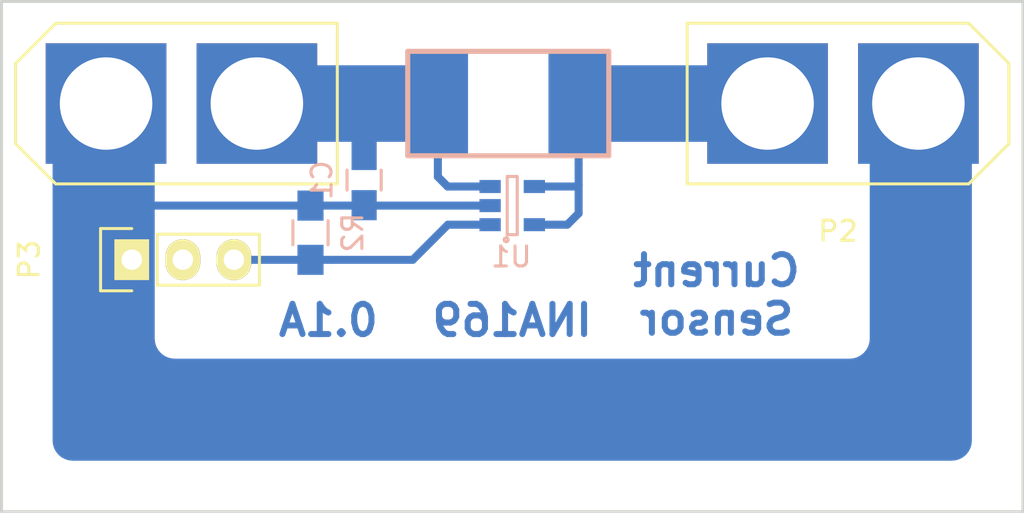
<source format=kicad_pcb>
(kicad_pcb (version 4) (host pcbnew 4.0.4+e1-6308~48~ubuntu16.04.1-stable)

  (general
    (links 13)
    (no_connects 4)
    (area 137.084999 58.344999 188.035001 83.895001)
    (thickness 1.6)
    (drawings 7)
    (tracks 22)
    (zones 0)
    (modules 7)
    (nets 5)
  )

  (page A4)
  (layers
    (0 F.Cu signal)
    (31 B.Cu signal)
    (32 B.Adhes user)
    (33 F.Adhes user)
    (34 B.Paste user)
    (35 F.Paste user)
    (36 B.SilkS user hide)
    (37 F.SilkS user hide)
    (38 B.Mask user)
    (39 F.Mask user)
    (40 Dwgs.User user)
    (41 Cmts.User user)
    (42 Eco1.User user)
    (43 Eco2.User user)
    (44 Edge.Cuts user)
    (45 Margin user)
    (46 B.CrtYd user)
    (47 F.CrtYd user)
    (48 B.Fab user hide)
    (49 F.Fab user hide)
  )

  (setup
    (last_trace_width 0.25)
    (user_trace_width 0.3)
    (user_trace_width 0.4)
    (trace_clearance 0.2)
    (zone_clearance 0.254)
    (zone_45_only no)
    (trace_min 0.2)
    (segment_width 0.2)
    (edge_width 0.15)
    (via_size 0.6)
    (via_drill 0.4)
    (via_min_size 0.4)
    (via_min_drill 0.3)
    (uvia_size 0.3)
    (uvia_drill 0.1)
    (uvias_allowed no)
    (uvia_min_size 0.2)
    (uvia_min_drill 0.1)
    (pcb_text_width 0.3)
    (pcb_text_size 1.5 1.5)
    (mod_edge_width 0.15)
    (mod_text_size 1 1)
    (mod_text_width 0.15)
    (pad_size 1.524 1.524)
    (pad_drill 0.762)
    (pad_to_mask_clearance 0.2)
    (aux_axis_origin 0 0)
    (visible_elements 7FFFFFFF)
    (pcbplotparams
      (layerselection 0x01000_80000001)
      (usegerberextensions false)
      (excludeedgelayer true)
      (linewidth 0.100000)
      (plotframeref false)
      (viasonmask false)
      (mode 1)
      (useauxorigin false)
      (hpglpennumber 1)
      (hpglpenspeed 20)
      (hpglpendiameter 15)
      (hpglpenoverlay 2)
      (psnegative false)
      (psa4output false)
      (plotreference true)
      (plotvalue true)
      (plotinvisibletext false)
      (padsonsilk false)
      (subtractmaskfromsilk false)
      (outputformat 1)
      (mirror false)
      (drillshape 0)
      (scaleselection 1)
      (outputdirectory ""))
  )

  (net 0 "")
  (net 1 +BATT)
  (net 2 GND)
  (net 3 Load)
  (net 4 Analog_Out)

  (net_class Default "This is the default net class."
    (clearance 0.2)
    (trace_width 0.25)
    (via_dia 0.6)
    (via_drill 0.4)
    (uvia_dia 0.3)
    (uvia_drill 0.1)
    (add_net +BATT)
    (add_net Analog_Out)
    (add_net GND)
    (add_net Load)
  )

  (module Capacitors_SMD:C_0805_HandSoldering (layer B.Cu) (tedit 541A9B8D) (tstamp 580F8EAE)
    (at 155.194 67.31 270)
    (descr "Capacitor SMD 0805, hand soldering")
    (tags "capacitor 0805")
    (path /580F900E)
    (attr smd)
    (fp_text reference C1 (at 0 2.1 270) (layer B.SilkS)
      (effects (font (size 1 1) (thickness 0.15)) (justify mirror))
    )
    (fp_text value C (at -0.02 -2.54 270) (layer B.Fab)
      (effects (font (size 1 1) (thickness 0.15)) (justify mirror))
    )
    (fp_line (start -1 -0.625) (end -1 0.625) (layer B.Fab) (width 0.15))
    (fp_line (start 1 -0.625) (end -1 -0.625) (layer B.Fab) (width 0.15))
    (fp_line (start 1 0.625) (end 1 -0.625) (layer B.Fab) (width 0.15))
    (fp_line (start -1 0.625) (end 1 0.625) (layer B.Fab) (width 0.15))
    (fp_line (start -2.3 1) (end 2.3 1) (layer B.CrtYd) (width 0.05))
    (fp_line (start -2.3 -1) (end 2.3 -1) (layer B.CrtYd) (width 0.05))
    (fp_line (start -2.3 1) (end -2.3 -1) (layer B.CrtYd) (width 0.05))
    (fp_line (start 2.3 1) (end 2.3 -1) (layer B.CrtYd) (width 0.05))
    (fp_line (start 0.5 0.85) (end -0.5 0.85) (layer B.SilkS) (width 0.15))
    (fp_line (start -0.5 -0.85) (end 0.5 -0.85) (layer B.SilkS) (width 0.15))
    (pad 1 smd rect (at -1.25 0 270) (size 1.5 1.25) (layers B.Cu B.Paste B.Mask)
      (net 1 +BATT))
    (pad 2 smd rect (at 1.25 0 270) (size 1.5 1.25) (layers B.Cu B.Paste B.Mask)
      (net 2 GND))
    (model Capacitors_SMD.3dshapes/C_0805_HandSoldering.wrl
      (at (xyz 0 0 0))
      (scale (xyz 1 1 1))
      (rotate (xyz 0 0 0))
    )
  )

  (module KiCad-Dev:XT60 (layer F.Cu) (tedit 580F8DBD) (tstamp 580F8EB4)
    (at 142.36 63.5)
    (tags "XT60 conn")
    (path /580F97ED)
    (fp_text reference P1 (at 4 -6.35) (layer F.SilkS)
      (effects (font (size 1 1) (thickness 0.15)))
    )
    (fp_text value CONN_XT60 (at 3.81 -5) (layer F.Fab)
      (effects (font (size 1 1) (thickness 0.15)))
    )
    (fp_line (start -4.5 2) (end -4.5 -2) (layer F.SilkS) (width 0.15))
    (fp_line (start -4.5 2) (end -2.5 4) (layer F.SilkS) (width 0.15))
    (fp_line (start -4.5 -2) (end -2.5 -4) (layer F.SilkS) (width 0.15))
    (fp_line (start 11.5 4) (end -2.5 4) (layer F.SilkS) (width 0.15))
    (fp_line (start -2.5 -4) (end 11.5 -4) (layer F.SilkS) (width 0.15))
    (fp_line (start 11.5 4) (end 11.5 -4) (layer F.SilkS) (width 0.15))
    (pad 1 thru_hole rect (at 0 0) (size 6 6) (drill 4.6) (layers *.Cu *.Mask)
      (net 2 GND))
    (pad 2 thru_hole rect (at 7.5 0) (size 6 6) (drill 4.6) (layers *.Cu *.Mask)
      (net 1 +BATT))
  )

  (module KiCad-Dev:XT60 (layer F.Cu) (tedit 580F8DBD) (tstamp 580F8EBA)
    (at 182.76 63.5 180)
    (tags "XT60 conn")
    (path /580F918C)
    (fp_text reference P2 (at 4 -6.35 180) (layer F.SilkS)
      (effects (font (size 1 1) (thickness 0.15)))
    )
    (fp_text value CONN_XT60 (at 3.81 -5 180) (layer F.Fab)
      (effects (font (size 1 1) (thickness 0.15)))
    )
    (fp_line (start -4.5 2) (end -4.5 -2) (layer F.SilkS) (width 0.15))
    (fp_line (start -4.5 2) (end -2.5 4) (layer F.SilkS) (width 0.15))
    (fp_line (start -4.5 -2) (end -2.5 -4) (layer F.SilkS) (width 0.15))
    (fp_line (start 11.5 4) (end -2.5 4) (layer F.SilkS) (width 0.15))
    (fp_line (start -2.5 -4) (end 11.5 -4) (layer F.SilkS) (width 0.15))
    (fp_line (start 11.5 4) (end 11.5 -4) (layer F.SilkS) (width 0.15))
    (pad 1 thru_hole rect (at 0 0 180) (size 6 6) (drill 4.6) (layers *.Cu *.Mask)
      (net 2 GND))
    (pad 2 thru_hole rect (at 7.5 0 180) (size 6 6) (drill 4.6) (layers *.Cu *.Mask)
      (net 3 Load))
  )

  (module TO_SOT_Packages_SMD:SOT-23-5 (layer B.Cu) (tedit 55360473) (tstamp 580F8ECF)
    (at 162.56 68.58)
    (descr "5-pin SOT23 package")
    (tags SOT-23-5)
    (path /580F8AEA)
    (attr smd)
    (fp_text reference U1 (at -0.05 2.55) (layer B.SilkS)
      (effects (font (size 1 1) (thickness 0.15)) (justify mirror))
    )
    (fp_text value INA169 (at -0.05 -2.35) (layer B.Fab)
      (effects (font (size 1 1) (thickness 0.15)) (justify mirror))
    )
    (fp_line (start -1.8 1.6) (end 1.8 1.6) (layer B.CrtYd) (width 0.05))
    (fp_line (start 1.8 1.6) (end 1.8 -1.6) (layer B.CrtYd) (width 0.05))
    (fp_line (start 1.8 -1.6) (end -1.8 -1.6) (layer B.CrtYd) (width 0.05))
    (fp_line (start -1.8 -1.6) (end -1.8 1.6) (layer B.CrtYd) (width 0.05))
    (fp_circle (center -0.3 1.7) (end -0.2 1.7) (layer B.SilkS) (width 0.15))
    (fp_line (start 0.25 1.45) (end -0.25 1.45) (layer B.SilkS) (width 0.15))
    (fp_line (start 0.25 -1.45) (end 0.25 1.45) (layer B.SilkS) (width 0.15))
    (fp_line (start -0.25 -1.45) (end 0.25 -1.45) (layer B.SilkS) (width 0.15))
    (fp_line (start -0.25 1.45) (end -0.25 -1.45) (layer B.SilkS) (width 0.15))
    (pad 1 smd rect (at -1.1 0.95) (size 1.06 0.65) (layers B.Cu B.Paste B.Mask)
      (net 4 Analog_Out))
    (pad 2 smd rect (at -1.1 0) (size 1.06 0.65) (layers B.Cu B.Paste B.Mask)
      (net 2 GND))
    (pad 3 smd rect (at -1.1 -0.95) (size 1.06 0.65) (layers B.Cu B.Paste B.Mask)
      (net 1 +BATT))
    (pad 4 smd rect (at 1.1 -0.95) (size 1.06 0.65) (layers B.Cu B.Paste B.Mask)
      (net 3 Load))
    (pad 5 smd rect (at 1.1 0.95) (size 1.06 0.65) (layers B.Cu B.Paste B.Mask)
      (net 3 Load))
    (model TO_SOT_Packages_SMD.3dshapes/SOT-23-5.wrl
      (at (xyz 0 0 0))
      (scale (xyz 1 1 1))
      (rotate (xyz 0 0 0))
    )
  )

  (module Pin_Headers:Pin_Header_Straight_1x03 (layer F.Cu) (tedit 0) (tstamp 580F9C58)
    (at 143.637 71.2724 90)
    (descr "Through hole pin header")
    (tags "pin header")
    (path /580F9C18)
    (fp_text reference P3 (at 0 -5.1 90) (layer F.SilkS)
      (effects (font (size 1 1) (thickness 0.15)))
    )
    (fp_text value CONN_01X02 (at 0 -3.1 90) (layer F.Fab)
      (effects (font (size 1 1) (thickness 0.15)))
    )
    (fp_line (start -1.75 -1.75) (end -1.75 6.85) (layer F.CrtYd) (width 0.05))
    (fp_line (start 1.75 -1.75) (end 1.75 6.85) (layer F.CrtYd) (width 0.05))
    (fp_line (start -1.75 -1.75) (end 1.75 -1.75) (layer F.CrtYd) (width 0.05))
    (fp_line (start -1.75 6.85) (end 1.75 6.85) (layer F.CrtYd) (width 0.05))
    (fp_line (start -1.27 1.27) (end -1.27 6.35) (layer F.SilkS) (width 0.15))
    (fp_line (start -1.27 6.35) (end 1.27 6.35) (layer F.SilkS) (width 0.15))
    (fp_line (start 1.27 6.35) (end 1.27 1.27) (layer F.SilkS) (width 0.15))
    (fp_line (start 1.55 -1.55) (end 1.55 0) (layer F.SilkS) (width 0.15))
    (fp_line (start 1.27 1.27) (end -1.27 1.27) (layer F.SilkS) (width 0.15))
    (fp_line (start -1.55 0) (end -1.55 -1.55) (layer F.SilkS) (width 0.15))
    (fp_line (start -1.55 -1.55) (end 1.55 -1.55) (layer F.SilkS) (width 0.15))
    (pad 1 thru_hole rect (at 0 0 90) (size 2.032 1.7272) (drill 1.016) (layers *.Cu *.Mask F.SilkS)
      (net 2 GND))
    (pad 2 thru_hole oval (at 0 2.54 90) (size 2.032 1.7272) (drill 1.016) (layers *.Cu *.Mask F.SilkS)
      (net 4 Analog_Out))
    (pad 3 thru_hole oval (at 0 5.08 90) (size 2.032 1.7272) (drill 1.016) (layers *.Cu *.Mask F.SilkS))
    (model Pin_Headers.3dshapes/Pin_Header_Straight_1x03.wrl
      (at (xyz 0 -0.1 0))
      (scale (xyz 1 1 1))
      (rotate (xyz 0 0 90))
    )
  )

  (module Resistors_SMD:R_0805_HandSoldering (layer B.Cu) (tedit 54189DEE) (tstamp 580F9C59)
    (at 152.527 69.93 90)
    (descr "Resistor SMD 0805, hand soldering")
    (tags "resistor 0805")
    (path /580F8C4E)
    (attr smd)
    (fp_text reference R2 (at 0 2.1 90) (layer B.SilkS)
      (effects (font (size 1 1) (thickness 0.15)) (justify mirror))
    )
    (fp_text value R (at 0 -2.1 90) (layer B.Fab)
      (effects (font (size 1 1) (thickness 0.15)) (justify mirror))
    )
    (fp_line (start -2.4 1) (end 2.4 1) (layer B.CrtYd) (width 0.05))
    (fp_line (start -2.4 -1) (end 2.4 -1) (layer B.CrtYd) (width 0.05))
    (fp_line (start -2.4 1) (end -2.4 -1) (layer B.CrtYd) (width 0.05))
    (fp_line (start 2.4 1) (end 2.4 -1) (layer B.CrtYd) (width 0.05))
    (fp_line (start 0.6 -0.875) (end -0.6 -0.875) (layer B.SilkS) (width 0.15))
    (fp_line (start -0.6 0.875) (end 0.6 0.875) (layer B.SilkS) (width 0.15))
    (pad 1 smd rect (at -1.35 0 90) (size 1.5 1.3) (layers B.Cu B.Paste B.Mask)
      (net 4 Analog_Out))
    (pad 2 smd rect (at 1.35 0 90) (size 1.5 1.3) (layers B.Cu B.Paste B.Mask)
      (net 2 GND))
    (model Resistors_SMD.3dshapes/R_0805_HandSoldering.wrl
      (at (xyz 0 0 0))
      (scale (xyz 1 1 1))
      (rotate (xyz 0 0 0))
    )
  )

  (module KiCad-Dev:SMD_1052_Metric (layer B.Cu) (tedit 57ECE5E1) (tstamp 58107A1A)
    (at 167.362 60.9 180)
    (path /580F8B5B)
    (fp_text reference R1 (at 0 4 180) (layer B.SilkS)
      (effects (font (size 1 1) (thickness 0.15)) (justify mirror))
    )
    (fp_text value R (at 0 6 180) (layer B.Fab)
      (effects (font (size 1 1) (thickness 0.15)) (justify mirror))
    )
    (fp_line (start 0 -5.2) (end 0 0) (layer B.SilkS) (width 0.254))
    (fp_line (start 10 -5.2) (end 0 -5.2) (layer B.SilkS) (width 0.254))
    (fp_line (start 10 0) (end 10 -5.2) (layer B.SilkS) (width 0.254))
    (fp_line (start 0 0) (end 10 0) (layer B.SilkS) (width 0.254))
    (pad 1 smd rect (at 1.5 -2.6 180) (size 3 5.2) (layers B.Cu B.Paste B.Mask)
      (net 3 Load))
    (pad 2 smd rect (at 8.5 -2.6 180) (size 3 5.2) (layers B.Cu B.Paste B.Mask)
      (net 1 +BATT))
  )

  (gr_text "Current\nSensor" (at 172.72 73.025) (layer B.Cu)
    (effects (font (size 1.5 1.5) (thickness 0.3)) (justify mirror))
  )
  (gr_line (start 137.16 58.42) (end 187.96 58.42) (layer Edge.Cuts) (width 0.15))
  (gr_line (start 137.16 83.82) (end 137.16 58.42) (layer Edge.Cuts) (width 0.15))
  (gr_line (start 187.96 83.82) (end 137.16 83.82) (layer Edge.Cuts) (width 0.15))
  (gr_line (start 187.96 58.42) (end 187.96 83.82) (layer Edge.Cuts) (width 0.15))
  (gr_text INA169 (at 162.56 74.295) (layer B.Cu)
    (effects (font (size 1.5 1.5) (thickness 0.3)) (justify mirror))
  )
  (gr_text 0.1A (at 153.416 74.295) (layer B.Cu)
    (effects (font (size 1.5 1.5) (thickness 0.3)) (justify mirror))
  )

  (segment (start 187.96 58.42) (end 137.16 58.42) (width 0.4) (layer Dwgs.User) (net 0))
  (segment (start 187.96 83.82) (end 187.96 58.42) (width 0.4) (layer Dwgs.User) (net 0))
  (segment (start 137.16 83.82) (end 187.96 83.82) (width 0.4) (layer Dwgs.User) (net 0))
  (segment (start 137.16 58.42) (end 137.16 83.82) (width 0.4) (layer Dwgs.User) (net 0))
  (segment (start 148.764 70.946) (end 148.717 70.993) (width 0.4) (layer B.Cu) (net 0))
  (segment (start 161.46 67.63) (end 159.345493 67.63) (width 0.4) (layer B.Cu) (net 1))
  (segment (start 159.345493 67.63) (end 158.862 67.146507) (width 0.4) (layer B.Cu) (net 1))
  (segment (start 158.862 67.146507) (end 158.862 63.5) (width 0.4) (layer B.Cu) (net 1))
  (segment (start 161.46 68.58) (end 144.272 68.58) (width 0.4) (layer B.Cu) (net 2))
  (segment (start 163.66 69.53) (end 165.298784 69.53) (width 0.4) (layer B.Cu) (net 3))
  (segment (start 165.298784 69.53) (end 165.862 68.966784) (width 0.4) (layer B.Cu) (net 3))
  (segment (start 165.862 68.966784) (end 165.862 67.564) (width 0.4) (layer B.Cu) (net 3))
  (segment (start 165.862 67.564) (end 165.862 66.5) (width 0.4) (layer B.Cu) (net 3))
  (segment (start 163.66 67.63) (end 165.796 67.63) (width 0.4) (layer B.Cu) (net 3))
  (segment (start 165.796 67.63) (end 165.862 67.564) (width 0.4) (layer B.Cu) (net 3))
  (segment (start 165.862 66.5) (end 165.862 63.5) (width 0.4) (layer B.Cu) (net 3))
  (segment (start 153.577 71.28) (end 152.527 71.28) (width 0.4) (layer B.Cu) (net 4))
  (segment (start 157.611434 71.28) (end 153.577 71.28) (width 0.4) (layer B.Cu) (net 4))
  (segment (start 159.361434 69.53) (end 157.611434 71.28) (width 0.4) (layer B.Cu) (net 4))
  (segment (start 161.46 69.53) (end 159.361434 69.53) (width 0.4) (layer B.Cu) (net 4))
  (segment (start 152.527 71.28) (end 148.7246 71.28) (width 0.4) (layer B.Cu) (net 4))
  (segment (start 148.7246 71.28) (end 148.717 71.2724) (width 0.4) (layer B.Cu) (net 4))

  (zone (net 3) (net_name Load) (layer B.Cu) (tstamp 0) (hatch edge 0.508)
    (connect_pads yes (clearance 0.508))
    (min_thickness 0.254)
    (fill yes (arc_segments 16) (thermal_gap 0.508) (thermal_bridge_width 0.508))
    (polygon
      (pts
        (xy 165.1 61.595) (xy 176.53 61.595) (xy 176.53 65.405) (xy 165.1 65.405)
      )
    )
    (filled_polygon
      (pts
        (xy 176.403 65.278) (xy 165.227 65.278) (xy 165.227 61.722) (xy 176.403 61.722)
      )
    )
  )
  (zone (net 2) (net_name GND) (layer B.Cu) (tstamp 0) (hatch edge 0.508)
    (connect_pads yes (clearance 0.254))
    (min_thickness 0.254)
    (fill yes (arc_segments 32) (thermal_gap 0.508) (thermal_bridge_width 0.508) (smoothing fillet) (radius 1))
    (polygon
      (pts
        (xy 185.42 60.96) (xy 185.42 81.28) (xy 139.7 81.28) (xy 139.7 60.592083) (xy 144.78 60.592083)
        (xy 144.78 76.2) (xy 180.34 76.2) (xy 180.34 60.96)
      )
    )
    (filled_polygon
      (pts
        (xy 143.950189 60.736459) (xy 144.11385 60.786105) (xy 144.264672 60.866721) (xy 144.39687 60.975213) (xy 144.505362 61.107411)
        (xy 144.585978 61.258233) (xy 144.635624 61.421894) (xy 144.653 61.598317) (xy 144.653 75.2) (xy 144.653612 75.212448)
        (xy 144.672827 75.407538) (xy 144.677683 75.431956) (xy 144.734588 75.619549) (xy 144.744116 75.64255) (xy 144.836526 75.815437)
        (xy 144.850358 75.836138) (xy 144.974721 75.987675) (xy 144.992325 76.005279) (xy 145.143862 76.129642) (xy 145.164563 76.143474)
        (xy 145.33745 76.235884) (xy 145.360451 76.245412) (xy 145.548044 76.302317) (xy 145.572462 76.307173) (xy 145.767552 76.326388)
        (xy 145.78 76.327) (xy 179.34 76.327) (xy 179.352448 76.326388) (xy 179.547538 76.307173) (xy 179.571956 76.302317)
        (xy 179.759549 76.245412) (xy 179.78255 76.235884) (xy 179.955437 76.143474) (xy 179.976138 76.129642) (xy 180.127675 76.005279)
        (xy 180.145279 75.987675) (xy 180.269642 75.836138) (xy 180.283474 75.815437) (xy 180.375884 75.64255) (xy 180.385412 75.619549)
        (xy 180.442317 75.431956) (xy 180.447173 75.407538) (xy 180.466388 75.212448) (xy 180.467 75.2) (xy 180.467 61.966234)
        (xy 180.484376 61.789811) (xy 180.534022 61.62615) (xy 180.614638 61.475328) (xy 180.72313 61.34313) (xy 180.855328 61.234638)
        (xy 181.00615 61.154022) (xy 181.169811 61.104376) (xy 181.346234 61.087) (xy 184.413766 61.087) (xy 184.590189 61.104376)
        (xy 184.75385 61.154022) (xy 184.904672 61.234638) (xy 185.03687 61.34313) (xy 185.145362 61.475328) (xy 185.225978 61.62615)
        (xy 185.275624 61.789811) (xy 185.293 61.966234) (xy 185.293 80.273766) (xy 185.275624 80.450189) (xy 185.225978 80.61385)
        (xy 185.145362 80.764672) (xy 185.03687 80.89687) (xy 184.904672 81.005362) (xy 184.75385 81.085978) (xy 184.590189 81.135624)
        (xy 184.413766 81.153) (xy 140.706234 81.153) (xy 140.529811 81.135624) (xy 140.36615 81.085978) (xy 140.215328 81.005362)
        (xy 140.08313 80.89687) (xy 139.974638 80.764672) (xy 139.894022 80.61385) (xy 139.844376 80.450189) (xy 139.827 80.273766)
        (xy 139.827 61.598317) (xy 139.844376 61.421894) (xy 139.894022 61.258233) (xy 139.974638 61.107411) (xy 140.08313 60.975213)
        (xy 140.215328 60.866721) (xy 140.36615 60.786105) (xy 140.529811 60.736459) (xy 140.706234 60.719083) (xy 143.773766 60.719083)
      )
    )
  )
  (zone (net 1) (net_name +BATT) (layer B.Cu) (tstamp 580F9A27) (hatch edge 0.508)
    (connect_pads yes (clearance 0.508))
    (min_thickness 0.254)
    (fill yes (arc_segments 16) (thermal_gap 0.508) (thermal_bridge_width 0.508))
    (polygon
      (pts
        (xy 147.32 61.595) (xy 160.02 61.595) (xy 160.02 65.405) (xy 147.32 65.405)
      )
    )
    (filled_polygon
      (pts
        (xy 159.893 65.278) (xy 147.447 65.278) (xy 147.447 61.722) (xy 159.893 61.722)
      )
    )
  )
)

</source>
